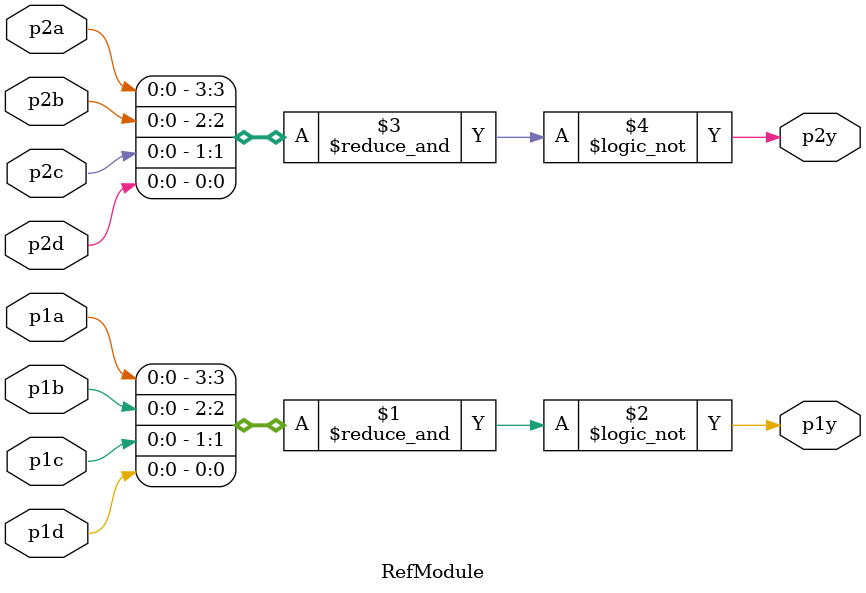
<source format=v>
module RefModule (
  input p1a,
  input p1b,
  input p1c,
  input p1d,
  output p1y,
  input p2a,
  input p2b,
  input p2c,
  input p2d,
  output p2y
);

  assign p1y = ~&( {p1a, p1b, p1c, p1d} );
  assign p2y = ~&( {p2a, p2b, p2c, p2d} );

endmodule
</source>
